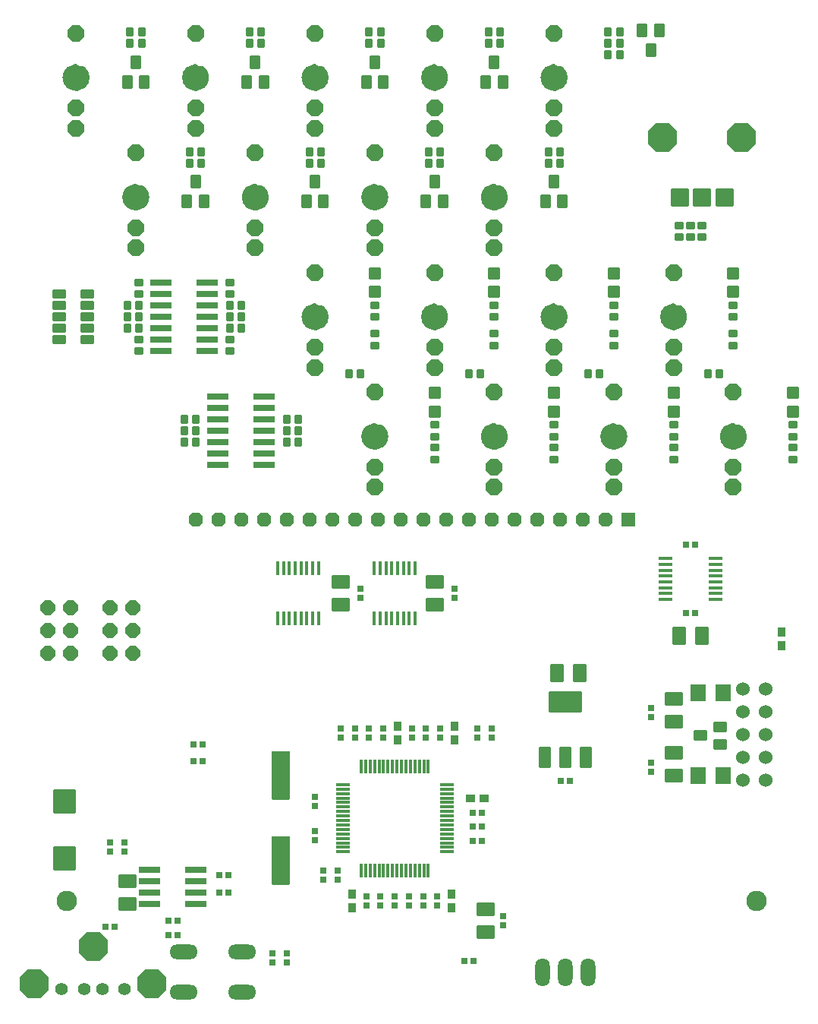
<source format=gbr>
%TF.GenerationSoftware,KiCad,Pcbnew,6.0.11*%
%TF.CreationDate,2023-03-20T20:23:43+01:00*%
%TF.ProjectId,teletype-180824-no-slots,74656c65-7479-4706-952d-313830383234,rev?*%
%TF.SameCoordinates,Original*%
%TF.FileFunction,Soldermask,Top*%
%TF.FilePolarity,Negative*%
%FSLAX46Y46*%
G04 Gerber Fmt 4.6, Leading zero omitted, Abs format (unit mm)*
G04 Created by KiCad (PCBNEW 6.0.11) date 2023-03-20 20:23:43*
%MOMM*%
%LPD*%
G01*
G04 APERTURE LIST*
G04 Aperture macros list*
%AMRoundRect*
0 Rectangle with rounded corners*
0 $1 Rounding radius*
0 $2 $3 $4 $5 $6 $7 $8 $9 X,Y pos of 4 corners*
0 Add a 4 corners polygon primitive as box body*
4,1,4,$2,$3,$4,$5,$6,$7,$8,$9,$2,$3,0*
0 Add four circle primitives for the rounded corners*
1,1,$1+$1,$2,$3*
1,1,$1+$1,$4,$5*
1,1,$1+$1,$6,$7*
1,1,$1+$1,$8,$9*
0 Add four rect primitives between the rounded corners*
20,1,$1+$1,$2,$3,$4,$5,0*
20,1,$1+$1,$4,$5,$6,$7,0*
20,1,$1+$1,$6,$7,$8,$9,0*
20,1,$1+$1,$8,$9,$2,$3,0*%
%AMFreePoly0*
4,1,17,0.351552,0.797921,0.797921,0.351552,0.812800,0.315631,0.812800,-0.315631,0.797921,-0.351552,0.351552,-0.797921,0.315631,-0.812800,-0.315631,-0.812800,-0.351552,-0.797921,-0.797921,-0.351552,-0.812800,-0.315631,-0.812800,0.315631,-0.797921,0.351552,-0.351552,0.797921,-0.315631,0.812800,0.315631,0.812800,0.351552,0.797921,0.351552,0.797921,$1*%
%AMFreePoly1*
4,1,17,0.693485,1.623421,1.623421,0.693485,1.638300,0.657564,1.638300,-0.657564,1.623421,-0.693485,0.693485,-1.623421,0.657564,-1.638300,-0.657564,-1.638300,-0.693485,-1.623421,-1.623421,-0.693485,-1.638300,-0.657564,-1.638300,0.657564,-1.623421,0.693485,-0.693485,1.623421,-0.657564,1.638300,0.657564,1.638300,0.693485,1.623421,0.693485,1.623421,$1*%
%AMFreePoly2*
4,1,17,0.346581,0.785921,0.785921,0.346581,0.800800,0.310660,0.800800,-0.310660,0.785921,-0.346581,0.346581,-0.785921,0.310660,-0.800800,-0.310660,-0.800800,-0.346581,-0.785921,-0.785921,-0.346581,-0.800800,-0.310660,-0.800800,0.310660,-0.785921,0.346581,-0.346581,0.785921,-0.310660,0.800800,0.310660,0.800800,0.346581,0.785921,0.346581,0.785921,$1*%
%AMFreePoly3*
4,1,17,0.404157,0.924921,0.924921,0.404157,0.939800,0.368236,0.939800,-0.368236,0.924921,-0.404157,0.404157,-0.924921,0.368236,-0.939800,-0.368236,-0.939800,-0.404157,-0.924921,-0.924921,-0.404157,-0.939800,-0.368236,-0.939800,0.368236,-0.924921,0.404157,-0.404157,0.924921,-0.368236,0.939800,0.368236,0.939800,0.404157,0.924921,0.404157,0.924921,$1*%
G04 Aperture macros list end*
%ADD10C,1.500000*%
%ADD11RoundRect,0.050800X0.140000X0.750000X-0.140000X0.750000X-0.140000X-0.750000X0.140000X-0.750000X0*%
%ADD12RoundRect,0.050800X0.750000X0.140000X-0.750000X0.140000X-0.750000X-0.140000X0.750000X-0.140000X0*%
%ADD13RoundRect,0.050800X-0.300000X0.300000X-0.300000X-0.300000X0.300000X-0.300000X0.300000X0.300000X0*%
%ADD14RoundRect,0.050800X0.300000X-0.300000X0.300000X0.300000X-0.300000X0.300000X-0.300000X-0.300000X0*%
%ADD15RoundRect,0.050800X1.100000X-0.300000X1.100000X0.300000X-1.100000X0.300000X-1.100000X-0.300000X0*%
%ADD16RoundRect,0.050800X0.300000X0.300000X-0.300000X0.300000X-0.300000X-0.300000X0.300000X-0.300000X0*%
%ADD17RoundRect,0.050800X-0.300000X-0.300000X0.300000X-0.300000X0.300000X0.300000X-0.300000X0.300000X0*%
%ADD18RoundRect,0.050800X-0.950000X0.700000X-0.950000X-0.700000X0.950000X-0.700000X0.950000X0.700000X0*%
%ADD19RoundRect,0.050800X0.400000X-0.450000X0.400000X0.450000X-0.400000X0.450000X-0.400000X-0.450000X0*%
%ADD20RoundRect,0.050800X-0.400000X0.450000X-0.400000X-0.450000X0.400000X-0.450000X0.400000X0.450000X0*%
%ADD21RoundRect,0.050800X0.450000X0.400000X-0.450000X0.400000X-0.450000X-0.400000X0.450000X-0.400000X0*%
%ADD22RoundRect,0.050800X-1.800000X-1.100000X1.800000X-1.100000X1.800000X1.100000X-1.800000X1.100000X0*%
%ADD23RoundRect,0.050800X-0.609600X-1.117600X0.609600X-1.117600X0.609600X1.117600X-0.609600X1.117600X0*%
%ADD24RoundRect,0.050800X0.700000X0.950000X-0.700000X0.950000X-0.700000X-0.950000X0.700000X-0.950000X0*%
%ADD25RoundRect,0.050800X0.950000X-0.700000X0.950000X0.700000X-0.950000X0.700000X-0.950000X-0.700000X0*%
%ADD26RoundRect,0.050800X0.800000X0.901500X-0.800000X0.901500X-0.800000X-0.901500X0.800000X-0.901500X0*%
%ADD27RoundRect,0.050800X0.150000X0.750000X-0.150000X0.750000X-0.150000X-0.750000X0.150000X-0.750000X0*%
%ADD28RoundRect,0.050800X-0.750000X0.150000X-0.750000X-0.150000X0.750000X-0.150000X0.750000X0.150000X0*%
%ADD29RoundRect,0.050800X-0.700000X-0.950000X0.700000X-0.950000X0.700000X0.950000X-0.700000X0.950000X0*%
%ADD30RoundRect,0.050800X0.500000X0.700000X-0.500000X0.700000X-0.500000X-0.700000X0.500000X-0.700000X0*%
%ADD31FreePoly0,90.000000*%
%ADD32RoundRect,0.050800X0.965200X-2.667000X0.965200X2.667000X-0.965200X2.667000X-0.965200X-2.667000X0*%
%ADD33FreePoly1,90.000000*%
%ADD34RoundRect,0.050800X0.939800X-0.939800X0.939800X0.939800X-0.939800X0.939800X-0.939800X-0.939800X0*%
%ADD35FreePoly1,0.000000*%
%ADD36C,1.401600*%
%ADD37O,3.149600X1.625600*%
%ADD38C,2.286000*%
%ADD39FreePoly2,180.000000*%
%ADD40RoundRect,0.050800X0.750000X0.750000X-0.750000X0.750000X-0.750000X-0.750000X0.750000X-0.750000X0*%
%ADD41RoundRect,0.050800X-1.100000X0.300000X-1.100000X-0.300000X1.100000X-0.300000X1.100000X0.300000X0*%
%ADD42RoundRect,0.050800X-0.350000X-0.450000X0.350000X-0.450000X0.350000X0.450000X-0.350000X0.450000X0*%
%ADD43RoundRect,0.050800X-0.450000X0.350000X-0.450000X-0.350000X0.450000X-0.350000X0.450000X0.350000X0*%
%ADD44RoundRect,0.050800X0.450000X-0.350000X0.450000X0.350000X-0.450000X0.350000X-0.450000X-0.350000X0*%
%ADD45RoundRect,0.050800X-0.600000X-0.600000X0.600000X-0.600000X0.600000X0.600000X-0.600000X0.600000X0*%
%ADD46RoundRect,0.050800X0.350000X0.450000X-0.350000X0.450000X-0.350000X-0.450000X0.350000X-0.450000X0*%
%ADD47RoundRect,0.050800X-0.500000X-0.700000X0.500000X-0.700000X0.500000X0.700000X-0.500000X0.700000X0*%
%ADD48RoundRect,0.050800X-0.700000X0.450000X-0.700000X-0.450000X0.700000X-0.450000X0.700000X0.450000X0*%
%ADD49C,1.524000*%
%ADD50RoundRect,0.050800X0.700000X-0.500000X0.700000X0.500000X-0.700000X0.500000X-0.700000X-0.500000X0*%
%ADD51O,1.625600X3.149600*%
%ADD52FreePoly3,0.000000*%
%ADD53RoundRect,0.050800X-1.200000X1.300000X-1.200000X-1.300000X1.200000X-1.300000X1.200000X1.300000X0*%
G04 APERTURE END LIST*
%TO.C,J1*%
D10*
X111786100Y-56965850D02*
G75*
G03*
X111786100Y-56965850I-750000J0D01*
G01*
%TO.C,J2*%
X118453600Y-70300850D02*
G75*
G03*
X118453600Y-70300850I-750000J0D01*
G01*
%TO.C,J3*%
X125121100Y-56965850D02*
G75*
G03*
X125121100Y-56965850I-750000J0D01*
G01*
%TO.C,J4*%
X131788600Y-70300850D02*
G75*
G03*
X131788600Y-70300850I-750000J0D01*
G01*
%TO.C,J9*%
X138456100Y-83635850D02*
G75*
G03*
X138456100Y-83635850I-750000J0D01*
G01*
%TO.C,J10*%
X151791100Y-83635850D02*
G75*
G03*
X151791100Y-83635850I-750000J0D01*
G01*
%TO.C,J11*%
X165126100Y-83635850D02*
G75*
G03*
X165126100Y-83635850I-750000J0D01*
G01*
%TO.C,J12*%
X178461100Y-83635850D02*
G75*
G03*
X178461100Y-83635850I-750000J0D01*
G01*
%TO.C,J13*%
X145123600Y-96970850D02*
G75*
G03*
X145123600Y-96970850I-750000J0D01*
G01*
%TO.C,J14*%
X158458600Y-96970850D02*
G75*
G03*
X158458600Y-96970850I-750000J0D01*
G01*
%TO.C,J15*%
X171793600Y-96970850D02*
G75*
G03*
X171793600Y-96970850I-750000J0D01*
G01*
%TO.C,J16*%
X185128600Y-96970850D02*
G75*
G03*
X185128600Y-96970850I-750000J0D01*
G01*
%TO.C,J17*%
X165126100Y-56965850D02*
G75*
G03*
X165126100Y-56965850I-750000J0D01*
G01*
%TO.C,J5*%
X138456100Y-56965850D02*
G75*
G03*
X138456100Y-56965850I-750000J0D01*
G01*
%TO.C,J6*%
X145123600Y-70300850D02*
G75*
G03*
X145123600Y-70300850I-750000J0D01*
G01*
%TO.C,J7*%
X151791100Y-56965850D02*
G75*
G03*
X151791100Y-56965850I-750000J0D01*
G01*
%TO.C,J8*%
X158458600Y-70300850D02*
G75*
G03*
X158458600Y-70300850I-750000J0D01*
G01*
%TD*%
D11*
%TO.C,U2*%
X150346100Y-145315850D03*
X149846100Y-145315850D03*
X149346100Y-145315850D03*
X148846100Y-145315850D03*
X148346100Y-145315850D03*
X147846100Y-145315850D03*
X147346100Y-145315850D03*
X146846100Y-145315850D03*
X146346100Y-145315850D03*
X145846100Y-145315850D03*
X145346100Y-145315850D03*
X144846100Y-145315850D03*
X144346100Y-145315850D03*
X143846100Y-145315850D03*
X143346100Y-145315850D03*
X142846100Y-145315850D03*
D12*
X140796100Y-143265850D03*
X140796100Y-142765850D03*
X140796100Y-142265850D03*
X140796100Y-141765850D03*
X140796100Y-141265850D03*
X140796100Y-140765850D03*
X140796100Y-140265850D03*
X140796100Y-139765850D03*
X140796100Y-139265850D03*
X140796100Y-138765850D03*
X140796100Y-138265850D03*
X140796100Y-137765850D03*
X140796100Y-137265850D03*
X140796100Y-136765850D03*
X140796100Y-136265850D03*
X140796100Y-135765850D03*
D11*
X142846100Y-133715850D03*
X143346100Y-133715850D03*
X143846100Y-133715850D03*
X144346100Y-133715850D03*
X144846100Y-133715850D03*
X145346100Y-133715850D03*
X145846100Y-133715850D03*
X146346100Y-133715850D03*
X146846100Y-133715850D03*
X147346100Y-133715850D03*
X147846100Y-133715850D03*
X148346100Y-133715850D03*
X148846100Y-133715850D03*
X149346100Y-133715850D03*
X149846100Y-133715850D03*
X150346100Y-133715850D03*
D12*
X152396100Y-135765850D03*
X152396100Y-136265850D03*
X152396100Y-136765850D03*
X152396100Y-137265850D03*
X152396100Y-137765850D03*
X152396100Y-138265850D03*
X152396100Y-138765850D03*
X152396100Y-139265850D03*
X152396100Y-139765850D03*
X152396100Y-140265850D03*
X152396100Y-140765850D03*
X152396100Y-141265850D03*
X152396100Y-141765850D03*
X152396100Y-142265850D03*
X152396100Y-142765850D03*
X152396100Y-143265850D03*
%TD*%
D13*
%TO.C,C19*%
X137706100Y-141928850D03*
X137706100Y-140912850D03*
%TD*%
D14*
%TO.C,C20*%
X137706100Y-137102850D03*
X137706100Y-138118850D03*
%TD*%
D15*
%TO.C,U1*%
X119231100Y-145230850D03*
X119231100Y-146500850D03*
X119231100Y-149040850D03*
X124431100Y-145230850D03*
X124431100Y-146500850D03*
X124431100Y-149040850D03*
X119231100Y-147770850D03*
X124431100Y-147770850D03*
%TD*%
D16*
%TO.C,R2*%
X127038100Y-147770850D03*
X128054100Y-147770850D03*
%TD*%
%TO.C,R1*%
X127038100Y-145865850D03*
X128054100Y-145865850D03*
%TD*%
D17*
%TO.C,C7*%
X115354100Y-151580850D03*
X114338100Y-151580850D03*
%TD*%
D18*
%TO.C,C5*%
X116751100Y-146500850D03*
X116751100Y-149040850D03*
%TD*%
D14*
%TO.C,C10*%
X151358600Y-148215350D03*
X151358600Y-149231350D03*
%TD*%
%TO.C,C17*%
X140246100Y-145357850D03*
X140246100Y-146373850D03*
%TD*%
D13*
%TO.C,C16*%
X142151100Y-130498850D03*
X142151100Y-129482850D03*
%TD*%
D14*
%TO.C,C47*%
X149771100Y-148215350D03*
X149771100Y-149231350D03*
%TD*%
%TO.C,C18*%
X138658600Y-145357850D03*
X138658600Y-146373850D03*
%TD*%
D13*
%TO.C,C56*%
X140563600Y-130498850D03*
X140563600Y-129482850D03*
%TD*%
%TO.C,C12*%
X148501100Y-130498850D03*
X148501100Y-129482850D03*
%TD*%
%TO.C,C50*%
X150088600Y-130498850D03*
X150088600Y-129482850D03*
%TD*%
D19*
%TO.C,C49*%
X152946100Y-147961350D03*
X152946100Y-149485350D03*
%TD*%
D20*
%TO.C,C51*%
X146913600Y-130752850D03*
X146913600Y-129228850D03*
%TD*%
%TO.C,C48*%
X153263600Y-130752850D03*
X153263600Y-129228850D03*
%TD*%
D21*
%TO.C,C9*%
X155041600Y-137293350D03*
X156565600Y-137293350D03*
%TD*%
D19*
%TO.C,C55*%
X141833600Y-147961350D03*
X141833600Y-149485350D03*
%TD*%
D13*
%TO.C,C11*%
X151676100Y-130498850D03*
X151676100Y-129482850D03*
%TD*%
D16*
%TO.C,C8*%
X155295600Y-138880850D03*
X156311600Y-138880850D03*
%TD*%
D13*
%TO.C,C13*%
X145326100Y-130498850D03*
X145326100Y-129482850D03*
%TD*%
D14*
%TO.C,C14*%
X146596100Y-148215350D03*
X146596100Y-149231350D03*
%TD*%
D13*
%TO.C,C53*%
X143738600Y-130498850D03*
X143738600Y-129482850D03*
%TD*%
D14*
%TO.C,C15*%
X145008600Y-148215350D03*
X145008600Y-149231350D03*
%TD*%
%TO.C,C54*%
X143421100Y-148215350D03*
X143421100Y-149231350D03*
%TD*%
D16*
%TO.C,C45*%
X155295600Y-140468350D03*
X156311600Y-140468350D03*
%TD*%
D13*
%TO.C,R41*%
X155803600Y-130498850D03*
X155803600Y-129482850D03*
%TD*%
%TO.C,R42*%
X157391100Y-130498850D03*
X157391100Y-129482850D03*
%TD*%
D14*
%TO.C,C52*%
X148183600Y-148215350D03*
X148183600Y-149231350D03*
%TD*%
D16*
%TO.C,C46*%
X155295600Y-142055850D03*
X156311600Y-142055850D03*
%TD*%
D14*
%TO.C,R40*%
X116433600Y-142182850D03*
X116433600Y-143198850D03*
%TD*%
%TO.C,C41*%
X114846100Y-142182850D03*
X114846100Y-143198850D03*
%TD*%
D22*
%TO.C,U40*%
X165646100Y-126574350D03*
D23*
X167957500Y-132772150D03*
X165646100Y-132772150D03*
X163334700Y-132772150D03*
%TD*%
D17*
%TO.C,C42*%
X166154100Y-135388350D03*
X165138100Y-135388350D03*
%TD*%
D24*
%TO.C,C44*%
X167233600Y-123323350D03*
X164693600Y-123323350D03*
%TD*%
D25*
%TO.C,C6*%
X177711100Y-128720850D03*
X177711100Y-126180850D03*
%TD*%
D14*
%TO.C,C3*%
X175171100Y-127260350D03*
X175171100Y-128276350D03*
%TD*%
D25*
%TO.C,C4*%
X177711100Y-134753350D03*
X177711100Y-132213350D03*
%TD*%
D13*
%TO.C,C1*%
X175171100Y-134308850D03*
X175171100Y-133292850D03*
%TD*%
D26*
%TO.C,PF2*%
X183267300Y-125545850D03*
X180409900Y-125545850D03*
%TD*%
%TO.C,PF1*%
X183267300Y-134753350D03*
X180409900Y-134753350D03*
%TD*%
D16*
%TO.C,R44*%
X121323100Y-150945850D03*
X122339100Y-150945850D03*
%TD*%
%TO.C,R43*%
X121323100Y-152533350D03*
X122339100Y-152533350D03*
%TD*%
D27*
%TO.C,U3*%
X138076100Y-117233350D03*
X137426100Y-117233350D03*
X136776100Y-117233350D03*
X136126100Y-117233350D03*
X135476100Y-117233350D03*
X134826100Y-117233350D03*
X134176100Y-117233350D03*
X133526100Y-117233350D03*
X133526100Y-111633350D03*
X134176100Y-111633350D03*
X134826100Y-111633350D03*
X135476100Y-111633350D03*
X136126100Y-111633350D03*
X136776100Y-111633350D03*
X137426100Y-111633350D03*
X138076100Y-111633350D03*
%TD*%
%TO.C,U4*%
X148871100Y-117233350D03*
X148221100Y-117233350D03*
X147571100Y-117233350D03*
X146921100Y-117233350D03*
X146271100Y-117233350D03*
X145621100Y-117233350D03*
X144971100Y-117233350D03*
X144321100Y-117233350D03*
X144321100Y-111633350D03*
X144971100Y-111633350D03*
X145621100Y-111633350D03*
X146271100Y-111633350D03*
X146921100Y-111633350D03*
X147571100Y-111633350D03*
X148221100Y-111633350D03*
X148871100Y-111633350D03*
%TD*%
D28*
%TO.C,U7*%
X182416100Y-110570850D03*
X182416100Y-111220850D03*
X182416100Y-111870850D03*
X182416100Y-112520850D03*
X182416100Y-113170850D03*
X182416100Y-113820850D03*
X182416100Y-114470850D03*
X182416100Y-115120850D03*
X176816100Y-115120850D03*
X176816100Y-114470850D03*
X176816100Y-113820850D03*
X176816100Y-113170850D03*
X176816100Y-112520850D03*
X176816100Y-111870850D03*
X176816100Y-111220850D03*
X176816100Y-110570850D03*
%TD*%
D17*
%TO.C,C27*%
X180124100Y-116655850D03*
X179108100Y-116655850D03*
%TD*%
D29*
%TO.C,C25*%
X178346100Y-119195850D03*
X180886100Y-119195850D03*
%TD*%
D17*
%TO.C,C29*%
X180124100Y-109035850D03*
X179108100Y-109035850D03*
%TD*%
D13*
%TO.C,C30*%
X142786100Y-114941350D03*
X142786100Y-113925350D03*
%TD*%
%TO.C,C26*%
X153263600Y-114941350D03*
X153263600Y-113925350D03*
%TD*%
D18*
%TO.C,C24*%
X151041100Y-113163350D03*
X151041100Y-115703350D03*
%TD*%
%TO.C,C28*%
X140563600Y-113163350D03*
X140563600Y-115703350D03*
%TD*%
D20*
%TO.C,R45*%
X189776100Y-120275350D03*
X189776100Y-118751350D03*
%TD*%
D30*
%TO.C,U44*%
X176121100Y-51738350D03*
X174221100Y-51738350D03*
X175171100Y-53938350D03*
%TD*%
D31*
%TO.C,JP2*%
X110401100Y-116020850D03*
X107861100Y-116020850D03*
X110401100Y-118560850D03*
X107861100Y-118560850D03*
X110401100Y-121100850D03*
X107861100Y-121100850D03*
%TD*%
D13*
%TO.C,R4*%
X132943600Y-155581350D03*
X132943600Y-154565350D03*
%TD*%
%TO.C,C31*%
X134531100Y-155581350D03*
X134531100Y-154565350D03*
%TD*%
D32*
%TO.C,Y1*%
X133896100Y-134753350D03*
X133896100Y-144278350D03*
%TD*%
D33*
%TO.C,P1*%
X176486100Y-63633350D03*
X185286100Y-63633350D03*
D34*
X178386100Y-70333350D03*
X180886100Y-70333350D03*
X183386100Y-70333350D03*
%TD*%
D35*
%TO.C,USB0*%
X112941100Y-153780850D03*
D33*
X119516100Y-157965850D03*
X106366100Y-157955850D03*
D36*
X116441100Y-158560850D03*
X113941100Y-158560850D03*
X111941100Y-158560850D03*
X109441100Y-158560850D03*
%TD*%
D37*
%TO.C,POP0*%
X129527300Y-158921450D03*
X123024900Y-158921450D03*
X129527300Y-154400250D03*
X123024900Y-154400250D03*
%TD*%
D38*
%TO.C,U$1*%
X110001100Y-148700850D03*
X187001100Y-148700850D03*
D39*
X124371100Y-106200850D03*
X126911100Y-106200850D03*
X129451100Y-106200850D03*
X131991100Y-106200850D03*
X134531100Y-106200850D03*
X137071100Y-106200850D03*
X139611100Y-106200850D03*
X142151100Y-106200850D03*
X144691100Y-106200850D03*
X147231100Y-106200850D03*
X149771100Y-106200850D03*
X152311100Y-106200850D03*
X154851100Y-106200850D03*
X157391100Y-106200850D03*
X159931100Y-106200850D03*
X162471100Y-106200850D03*
X165011100Y-106200850D03*
X167551100Y-106200850D03*
X170091100Y-106200850D03*
D40*
X172631100Y-106200850D03*
%TD*%
D15*
%TO.C,IC1*%
X120501100Y-87445850D03*
X120501100Y-86175850D03*
X120501100Y-84905850D03*
X120501100Y-83635850D03*
X120501100Y-82365850D03*
X120501100Y-81095850D03*
D41*
X125701100Y-82365850D03*
X125701100Y-81095850D03*
D15*
X120501100Y-79825850D03*
X125701100Y-83635850D03*
X125701100Y-84905850D03*
X125701100Y-87445850D03*
D41*
X125701100Y-79825850D03*
D15*
X125701100Y-86175850D03*
%TD*%
D42*
%TO.C,C21*%
X129466100Y-83635850D03*
X128166100Y-83635850D03*
%TD*%
%TO.C,C22*%
X118036100Y-83635850D03*
X116736100Y-83635850D03*
%TD*%
D43*
%TO.C,R3*%
X144373600Y-86825850D03*
X144373600Y-85525850D03*
%TD*%
%TO.C,R8*%
X157708600Y-86825850D03*
X157708600Y-85525850D03*
%TD*%
D42*
%TO.C,R19*%
X142801100Y-89985850D03*
X141501100Y-89985850D03*
%TD*%
D43*
%TO.C,R21*%
X151041100Y-99525850D03*
X151041100Y-98225850D03*
%TD*%
D42*
%TO.C,R25*%
X156136100Y-89985850D03*
X154836100Y-89985850D03*
%TD*%
D43*
%TO.C,R29*%
X164376100Y-99525850D03*
X164376100Y-98225850D03*
%TD*%
D42*
%TO.C,C23*%
X135816100Y-96335850D03*
X134516100Y-96335850D03*
%TD*%
%TO.C,C32*%
X124386100Y-96335850D03*
X123086100Y-96335850D03*
%TD*%
D43*
%TO.C,R37*%
X128181100Y-87460850D03*
X128181100Y-86160850D03*
%TD*%
D44*
%TO.C,R38*%
X128181100Y-79810850D03*
X128181100Y-81110850D03*
%TD*%
%TO.C,R6*%
X144373600Y-82350850D03*
X144373600Y-83650850D03*
%TD*%
%TO.C,R7*%
X157708600Y-82350850D03*
X157708600Y-83650850D03*
%TD*%
D45*
%TO.C,LED1*%
X144373600Y-80875850D03*
X144373600Y-78775850D03*
%TD*%
%TO.C,LED2*%
X157708600Y-80875850D03*
X157708600Y-78775850D03*
%TD*%
D43*
%TO.C,R14*%
X171043600Y-86825850D03*
X171043600Y-85525850D03*
%TD*%
D44*
%TO.C,R9*%
X171043600Y-82350850D03*
X171043600Y-83650850D03*
%TD*%
D43*
%TO.C,R10*%
X184378600Y-86825850D03*
X184378600Y-85525850D03*
%TD*%
D44*
%TO.C,R11*%
X184378600Y-82350850D03*
X184378600Y-83650850D03*
%TD*%
D43*
%TO.C,R46*%
X118021100Y-87460850D03*
X118021100Y-86160850D03*
%TD*%
D44*
%TO.C,R47*%
X118021100Y-79810850D03*
X118021100Y-81110850D03*
%TD*%
D45*
%TO.C,LED3*%
X171043600Y-80875850D03*
X171043600Y-78775850D03*
%TD*%
%TO.C,LED4*%
X184378600Y-80875850D03*
X184378600Y-78775850D03*
%TD*%
D44*
%TO.C,C33*%
X179616100Y-73460850D03*
X179616100Y-74760850D03*
%TD*%
D45*
%TO.C,LED5*%
X151041100Y-94210850D03*
X151041100Y-92110850D03*
%TD*%
%TO.C,LED6*%
X164376100Y-94210850D03*
X164376100Y-92110850D03*
%TD*%
D42*
%TO.C,R32*%
X118353600Y-51885850D03*
X117053600Y-51885850D03*
%TD*%
D46*
%TO.C,C37*%
X117053600Y-53155850D03*
X118353600Y-53155850D03*
%TD*%
D47*
%TO.C,D3*%
X116753600Y-57430850D03*
X118653600Y-57430850D03*
X117703600Y-55230850D03*
%TD*%
D44*
%TO.C,R66*%
X151041100Y-95685850D03*
X151041100Y-96985850D03*
%TD*%
%TO.C,R67*%
X164376100Y-95685850D03*
X164376100Y-96985850D03*
%TD*%
D42*
%TO.C,R15*%
X169471100Y-89985850D03*
X168171100Y-89985850D03*
%TD*%
D43*
%TO.C,R17*%
X177711100Y-99525850D03*
X177711100Y-98225850D03*
%TD*%
D42*
%TO.C,R23*%
X182806100Y-89985850D03*
X181506100Y-89985850D03*
%TD*%
D43*
%TO.C,R51*%
X191046100Y-99525850D03*
X191046100Y-98225850D03*
%TD*%
D45*
%TO.C,LED7*%
X177711100Y-94210850D03*
X177711100Y-92110850D03*
%TD*%
%TO.C,LED8*%
X191046100Y-94210850D03*
X191046100Y-92110850D03*
%TD*%
D44*
%TO.C,R52*%
X177711100Y-95685850D03*
X177711100Y-96985850D03*
%TD*%
%TO.C,R53*%
X191046100Y-95685850D03*
X191046100Y-96985850D03*
%TD*%
D15*
%TO.C,IC4*%
X126851100Y-100145850D03*
X126851100Y-98875850D03*
X126851100Y-97605850D03*
X126851100Y-96335850D03*
X126851100Y-95065850D03*
X126851100Y-93795850D03*
D41*
X132051100Y-95065850D03*
X132051100Y-93795850D03*
D15*
X126851100Y-92525850D03*
X132051100Y-96335850D03*
X132051100Y-97605850D03*
X132051100Y-100145850D03*
D41*
X132051100Y-92525850D03*
D15*
X132051100Y-98875850D03*
%TD*%
D42*
%TO.C,R24*%
X171693600Y-51885850D03*
X170393600Y-51885850D03*
%TD*%
%TO.C,R26*%
X171693600Y-54425850D03*
X170393600Y-54425850D03*
%TD*%
D46*
%TO.C,C34*%
X170393600Y-53155850D03*
X171693600Y-53155850D03*
%TD*%
D42*
%TO.C,R27*%
X125021100Y-65220850D03*
X123721100Y-65220850D03*
%TD*%
D46*
%TO.C,C35*%
X123721100Y-66490850D03*
X125021100Y-66490850D03*
%TD*%
D47*
%TO.C,D2*%
X123421100Y-70765850D03*
X125321100Y-70765850D03*
X124371100Y-68565850D03*
%TD*%
D42*
%TO.C,R30*%
X131688600Y-51885850D03*
X130388600Y-51885850D03*
%TD*%
D46*
%TO.C,C36*%
X130388600Y-53155850D03*
X131688600Y-53155850D03*
%TD*%
D47*
%TO.C,D4*%
X130088600Y-57430850D03*
X131988600Y-57430850D03*
X131038600Y-55230850D03*
%TD*%
D42*
%TO.C,R34*%
X138356100Y-65220850D03*
X137056100Y-65220850D03*
%TD*%
D46*
%TO.C,C38*%
X137056100Y-66490850D03*
X138356100Y-66490850D03*
%TD*%
D47*
%TO.C,D5*%
X136756100Y-70765850D03*
X138656100Y-70765850D03*
X137706100Y-68565850D03*
%TD*%
D42*
%TO.C,R36*%
X145023600Y-51885850D03*
X143723600Y-51885850D03*
%TD*%
D46*
%TO.C,C39*%
X143723600Y-53155850D03*
X145023600Y-53155850D03*
%TD*%
D47*
%TO.C,D6*%
X143423600Y-57430850D03*
X145323600Y-57430850D03*
X144373600Y-55230850D03*
%TD*%
D42*
%TO.C,R56*%
X151691100Y-65220850D03*
X150391100Y-65220850D03*
%TD*%
D46*
%TO.C,C43*%
X150391100Y-66490850D03*
X151691100Y-66490850D03*
%TD*%
D47*
%TO.C,D7*%
X150091100Y-70765850D03*
X151991100Y-70765850D03*
X151041100Y-68565850D03*
%TD*%
D42*
%TO.C,R58*%
X158358600Y-51885850D03*
X157058600Y-51885850D03*
%TD*%
D46*
%TO.C,C57*%
X157058600Y-53155850D03*
X158358600Y-53155850D03*
%TD*%
D47*
%TO.C,D8*%
X156758600Y-57430850D03*
X158658600Y-57430850D03*
X157708600Y-55230850D03*
%TD*%
D42*
%TO.C,R60*%
X165026100Y-65220850D03*
X163726100Y-65220850D03*
%TD*%
D46*
%TO.C,C58*%
X163726100Y-66490850D03*
X165026100Y-66490850D03*
%TD*%
D47*
%TO.C,D9*%
X163426100Y-70765850D03*
X165326100Y-70765850D03*
X164376100Y-68565850D03*
%TD*%
D48*
%TO.C,RN1*%
X109131100Y-81095850D03*
X109131100Y-82365850D03*
X109131100Y-83635850D03*
X109131100Y-84905850D03*
X109131100Y-86175850D03*
X112306100Y-86175850D03*
X112306100Y-84905850D03*
X112306100Y-83635850D03*
X112306100Y-82365850D03*
X112306100Y-81095850D03*
%TD*%
D17*
%TO.C,R5*%
X125196600Y-133165850D03*
X124180600Y-133165850D03*
%TD*%
%TO.C,R16*%
X125196600Y-131260850D03*
X124180600Y-131260850D03*
%TD*%
D49*
%TO.C,X1*%
X187948600Y-125103350D03*
X185408600Y-125103350D03*
X187948600Y-127643350D03*
X185408600Y-127643350D03*
X187948600Y-130183350D03*
X185408600Y-130183350D03*
X187948600Y-132723350D03*
X185408600Y-132723350D03*
X187948600Y-135263350D03*
X185408600Y-135263350D03*
%TD*%
D43*
%TO.C,R18*%
X180886100Y-74760850D03*
X180886100Y-73460850D03*
%TD*%
D44*
%TO.C,R20*%
X178346100Y-73460850D03*
X178346100Y-74760850D03*
%TD*%
D50*
%TO.C,U6*%
X182938600Y-131258350D03*
X182938600Y-129358350D03*
X180738600Y-130308350D03*
%TD*%
D31*
%TO.C,JP1*%
X117386100Y-116020850D03*
X114846100Y-116020850D03*
X117386100Y-118560850D03*
X114846100Y-118560850D03*
X117386100Y-121100850D03*
X114846100Y-121100850D03*
%TD*%
D51*
%TO.C,IC2*%
X163106100Y-156660850D03*
X165646100Y-156660850D03*
X168186100Y-156660850D03*
%TD*%
D13*
%TO.C,C59*%
X158661100Y-151453850D03*
X158661100Y-150437850D03*
%TD*%
D18*
%TO.C,C60*%
X156756100Y-149675850D03*
X156756100Y-152215850D03*
%TD*%
D52*
%TO.C,J1*%
X111036100Y-60345850D03*
X111036100Y-52045850D03*
X111036100Y-62595850D03*
%TD*%
%TO.C,J2*%
X117703600Y-73680850D03*
X117703600Y-65380850D03*
X117703600Y-75930850D03*
%TD*%
%TO.C,J3*%
X124371100Y-60345850D03*
X124371100Y-52045850D03*
X124371100Y-62595850D03*
%TD*%
%TO.C,J4*%
X131038600Y-73680850D03*
X131038600Y-65380850D03*
X131038600Y-75930850D03*
%TD*%
%TO.C,J9*%
X137706100Y-87015850D03*
X137706100Y-78715850D03*
X137706100Y-89265850D03*
%TD*%
%TO.C,J10*%
X151041100Y-87015850D03*
X151041100Y-78715850D03*
X151041100Y-89265850D03*
%TD*%
%TO.C,J11*%
X164376100Y-87015850D03*
X164376100Y-78715850D03*
X164376100Y-89265850D03*
%TD*%
%TO.C,J12*%
X177711100Y-87015850D03*
X177711100Y-78715850D03*
X177711100Y-89265850D03*
%TD*%
%TO.C,J13*%
X144373600Y-100350850D03*
X144373600Y-92050850D03*
X144373600Y-102600850D03*
%TD*%
%TO.C,J14*%
X157708600Y-100350850D03*
X157708600Y-92050850D03*
X157708600Y-102600850D03*
%TD*%
%TO.C,J15*%
X171043600Y-100350850D03*
X171043600Y-92050850D03*
X171043600Y-102600850D03*
%TD*%
%TO.C,J16*%
X184378600Y-100350850D03*
X184378600Y-92050850D03*
X184378600Y-102600850D03*
%TD*%
%TO.C,J17*%
X164376100Y-60345850D03*
X164376100Y-52045850D03*
X164376100Y-62595850D03*
%TD*%
%TO.C,J5*%
X137706100Y-60345850D03*
X137706100Y-52045850D03*
X137706100Y-62595850D03*
%TD*%
%TO.C,J6*%
X144373600Y-73680850D03*
X144373600Y-65380850D03*
X144373600Y-75930850D03*
%TD*%
%TO.C,J7*%
X151041100Y-60345850D03*
X151041100Y-52045850D03*
X151041100Y-62595850D03*
%TD*%
%TO.C,J8*%
X157708600Y-73680850D03*
X157708600Y-65380850D03*
X157708600Y-75930850D03*
%TD*%
D46*
%TO.C,R12*%
X128166100Y-82365850D03*
X129466100Y-82365850D03*
%TD*%
%TO.C,R13*%
X128166100Y-84905850D03*
X129466100Y-84905850D03*
%TD*%
D42*
%TO.C,R22*%
X118036100Y-84905850D03*
X116736100Y-84905850D03*
%TD*%
%TO.C,R28*%
X118036100Y-82365850D03*
X116736100Y-82365850D03*
%TD*%
D46*
%TO.C,R31*%
X134516100Y-97605850D03*
X135816100Y-97605850D03*
%TD*%
%TO.C,R33*%
X134516100Y-95065850D03*
X135816100Y-95065850D03*
%TD*%
D42*
%TO.C,R35*%
X124386100Y-95065850D03*
X123086100Y-95065850D03*
%TD*%
%TO.C,R39*%
X124386100Y-97605850D03*
X123086100Y-97605850D03*
%TD*%
D17*
%TO.C,R48*%
X155359100Y-155390850D03*
X154343100Y-155390850D03*
%TD*%
D53*
%TO.C,C2*%
X109766100Y-137610850D03*
X109766100Y-143960850D03*
%TD*%
M02*

</source>
